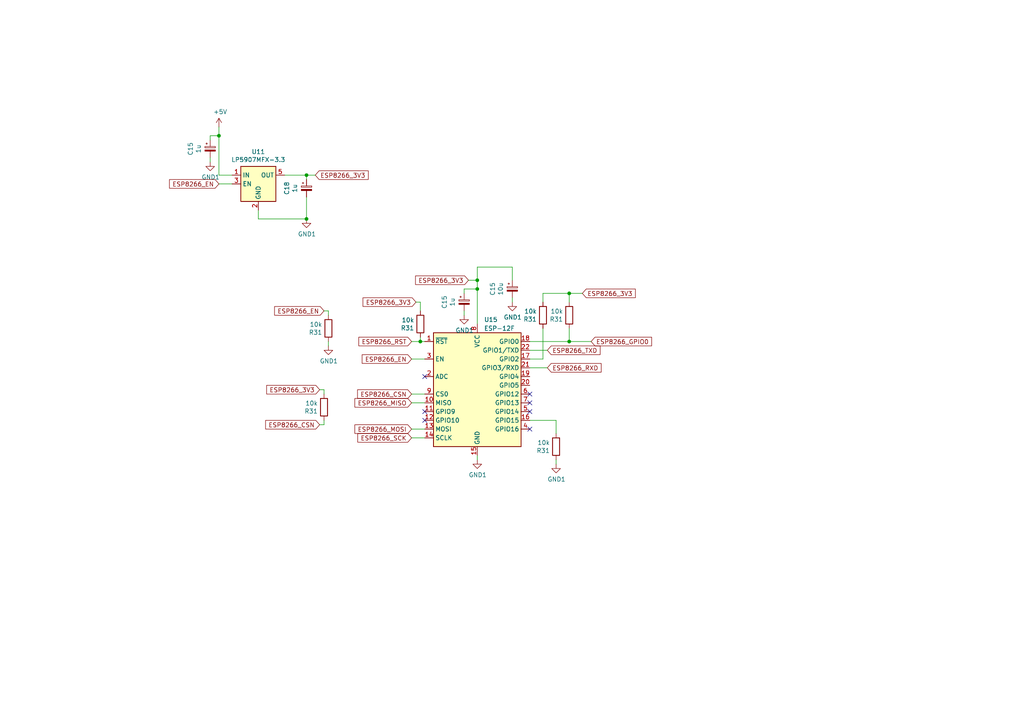
<source format=kicad_sch>
(kicad_sch (version 20231120) (generator "eeschema") (generator_version "8.0")
  (paper "A4")
  (lib_symbols
    (symbol "Device:R" (pin_numbers hide) (pin_names (offset 0))
      (property "Reference" "R" (at 2.032 0 90))
      (property "Value" "R" (at 0 0 90))
      (symbol "R_0_1"
        (rectangle (start -1.016 -2.54) (end 1.016 2.54) (stroke (width 0.254)))
      )
      (symbol "R_1_1"
        (pin passive line (at 0 3.81 270) (length 1.27) (name "~") (number "1"))
        (pin passive line (at 0 -3.81 90) (length 1.27) (name "~") (number "2"))
      )
    )
    (symbol "RF_Module:ESP-12F"
      (property "Reference" "U" (at -12.7 19.05 0))
      (property "Value" "ESP-12F" (at 12.7 19.05 0))
      (symbol "ESP-12F_0_1"
        (rectangle (start -12.7 17.78) (end 12.7 -15.24) (stroke (width 0.254)) (fill (type background)))
      )
      (symbol "ESP-12F_1_1"
        (pin input line (at -15.24 15.24 0) (length 2.54) (name "~{RST}") (number "1"))
        (pin bidirectional line (at -15.24 -2.54 0) (length 2.54) (name "MISO") (number "10"))
        (pin bidirectional line (at -15.24 -5.08 0) (length 2.54) (name "GPIO9") (number "11"))
        (pin bidirectional line (at -15.24 -7.62 0) (length 2.54) (name "GPIO10") (number "12"))
        (pin bidirectional line (at -15.24 -10.16 0) (length 2.54) (name "MOSI") (number "13"))
        (pin bidirectional line (at -15.24 -12.7 0) (length 2.54) (name "SCLK") (number "14"))
        (pin power_in line (at 0 -17.78 90) (length 2.54) (name "GND") (number "15"))
        (pin bidirectional line (at 15.24 -7.62 180) (length 2.54) (name "GPIO15") (number "16"))
        (pin bidirectional line (at 15.24 10.16 180) (length 2.54) (name "GPIO2") (number "17"))
        (pin bidirectional line (at 15.24 15.24 180) (length 2.54) (name "GPIO0") (number "18"))
        (pin bidirectional line (at 15.24 5.08 180) (length 2.54) (name "GPIO4") (number "19"))
        (pin input line (at -15.24 5.08 0) (length 2.54) (name "ADC") (number "2"))
        (pin bidirectional line (at 15.24 2.54 180) (length 2.54) (name "GPIO5") (number "20"))
        (pin bidirectional line (at 15.24 7.62 180) (length 2.54) (name "GPIO3/RXD") (number "21"))
        (pin bidirectional line (at 15.24 12.7 180) (length 2.54) (name "GPIO1/TXD") (number "22"))
        (pin input line (at -15.24 10.16 0) (length 2.54) (name "EN") (number "3"))
        (pin bidirectional line (at 15.24 -10.16 180) (length 2.54) (name "GPIO16") (number "4"))
        (pin bidirectional line (at 15.24 -5.08 180) (length 2.54) (name "GPIO14") (number "5"))
        (pin bidirectional line (at 15.24 0 180) (length 2.54) (name "GPIO12") (number "6"))
        (pin bidirectional line (at 15.24 -2.54 180) (length 2.54) (name "GPIO13") (number "7"))
        (pin power_in line (at 0 20.32 270) (length 2.54) (name "VCC") (number "8"))
        (pin input line (at -15.24 0 0) (length 2.54) (name "CS0") (number "9"))
      )
    )
    (symbol "Regulator_Linear:LP5907MFX-3.3"
      (property "Reference" "U" (at -3.81 6.35 0))
      (property "Value" "LP5907MFX-3.3" (at 6.35 6.35 0))
      (symbol "LP5907MFX-3.3_0_1"
        (rectangle (start -5.08 -5.08) (end 5.08 5.08) (stroke (width 0.254)) (fill (type background)))
        (pin power_in line (at -7.62 2.54 0) (length 2.54) (name "IN") (number "1"))
        (pin power_in line (at 0 -7.62 90) (length 2.54) (name "GND") (number "2"))
        (pin input line (at -7.62 0 0) (length 2.54) (name "EN") (number "3"))
        (pin no_connect line (at 5.08 0 180) (length 2.54) hide (name "NC") (number "4"))
        (pin power_out line (at 7.62 2.54 180) (length 2.54) (name "OUT") (number "5"))
      )
    )
    (symbol "power:+5V" (power) (pin_names (offset 0))
      (property "Value" "+5V" (at 0 3.556 0))
      (symbol "+5V_0_1"
        (polyline (pts (xy -0.762 1.27) (xy 0 2.54)))
        (polyline (pts (xy 0 0) (xy 0 2.54)))
        (polyline (pts (xy 0 2.54) (xy 0.762 1.27)))
      )
      (symbol "+5V_1_1"
        (pin power_in line (at 0 0 90) (length 0) hide (name "+5V") (number "1"))
      )
    )
    (symbol "power:GND1" (power) (pin_names (offset 0))
      (property "Value" "GND1" (at 0 -3.81 0))
      (symbol "GND1_0_1"
        (polyline (pts (xy 0 0) (xy 0 -1.27) (xy 1.27 -1.27) (xy 0 -2.54) (xy -1.27 -1.27) (xy 0 -1.27)))
      )
      (symbol "GND1_1_1"
        (pin power_in line (at 0 0 270) (length 0) hide (name "GND1") (number "1"))
      )
    )
    (symbol "spudglo_driver_v3p1-rescue:CP_Small-Device" (pin_numbers hide) (pin_names (offset 0.254) hide)
      (property "Reference" "C" (at 0.254 1.778 0))
      (property "Value" "CP_Small-Device" (at 0.254 -2.032 0))
      (symbol "CP_Small-Device_0_1"
        (rectangle (start -1.524 -0.3048) (end 1.524 -0.6858) (fill (type outline)))
        (rectangle (start -1.524 0.6858) (end 1.524 0.3048))
        (polyline (pts (xy -1.27 1.524) (xy -0.762 1.524)))
        (polyline (pts (xy -1.016 1.27) (xy -1.016 1.778)))
      )
      (symbol "CP_Small-Device_1_1"
        (pin passive line (at 0 2.54 270) (length 1.8542) (name "~") (number "1"))
        (pin passive line (at 0 -2.54 90) (length 1.8542) (name "~") (number "2"))
      )
    )
  )
  (junction (at 88.9 50.8))
  (junction (at 121.92 99.06))
  (junction (at 138.43 83.82))
  (junction (at 88.9 63.5))
  (junction (at 138.43 81.28))
  (junction (at 63.5 39.37))
  (junction (at 165.1 99.06))
  (junction (at 165.1 85.09))
  (no_connect (at 153.67 124.46))
  (no_connect (at 123.19 119.38))
  (no_connect (at 153.67 114.3))
  (no_connect (at 153.67 119.38))
  (no_connect (at 153.67 116.84))
  (no_connect (at 123.19 109.22))
  (no_connect (at 123.19 121.92))
  (wire (pts (xy 148.59 86.36) (xy 148.59 87.63)))
  (wire (pts (xy 74.93 63.5) (xy 88.9 63.5)))
  (wire (pts (xy 93.98 113.03) (xy 92.71 113.03)))
  (wire (pts (xy 63.5 36.83) (xy 63.5 39.37)))
  (wire (pts (xy 153.67 101.6) (xy 158.75 101.6)))
  (wire (pts (xy 95.25 91.44) (xy 95.25 90.17)))
  (wire (pts (xy 153.67 104.14) (xy 157.48 104.14)))
  (wire (pts (xy 165.1 95.25) (xy 165.1 99.06)))
  (wire (pts (xy 119.38 114.3) (xy 123.19 114.3)))
  (wire (pts (xy 119.38 116.84) (xy 123.19 116.84)))
  (wire (pts (xy 161.29 121.92) (xy 161.29 125.73)))
  (wire (pts (xy 60.96 45.72) (xy 60.96 46.99)))
  (wire (pts (xy 93.98 123.19) (xy 92.71 123.19)))
  (wire (pts (xy 119.38 127) (xy 123.19 127)))
  (wire (pts (xy 134.62 90.17) (xy 134.62 91.44)))
  (wire (pts (xy 121.92 87.63) (xy 120.65 87.63)))
  (wire (pts (xy 121.92 97.79) (xy 121.92 99.06)))
  (wire (pts (xy 161.29 133.35) (xy 161.29 134.62)))
  (wire (pts (xy 138.43 132.08) (xy 138.43 133.35)))
  (wire (pts (xy 88.9 52.07) (xy 88.9 50.8)))
  (wire (pts (xy 153.67 121.92) (xy 161.29 121.92)))
  (wire (pts (xy 93.98 114.3) (xy 93.98 113.03)))
  (wire (pts (xy 153.67 106.68) (xy 158.75 106.68)))
  (wire (pts (xy 134.62 85.09) (xy 134.62 83.82)))
  (wire (pts (xy 138.43 81.28) (xy 138.43 83.82)))
  (wire (pts (xy 95.25 99.06) (xy 95.25 100.33)))
  (wire (pts (xy 121.92 90.17) (xy 121.92 87.63)))
  (wire (pts (xy 157.48 104.14) (xy 157.48 95.25)))
  (wire (pts (xy 60.96 39.37) (xy 63.5 39.37)))
  (wire (pts (xy 165.1 85.09) (xy 157.48 85.09)))
  (wire (pts (xy 165.1 85.09) (xy 165.1 87.63)))
  (wire (pts (xy 168.91 85.09) (xy 165.1 85.09)))
  (wire (pts (xy 95.25 90.17) (xy 93.98 90.17)))
  (wire (pts (xy 165.1 99.06) (xy 171.45 99.06)))
  (wire (pts (xy 119.38 124.46) (xy 123.19 124.46)))
  (wire (pts (xy 63.5 39.37) (xy 63.5 50.8)))
  (wire (pts (xy 74.93 60.96) (xy 74.93 63.5)))
  (wire (pts (xy 138.43 77.47) (xy 138.43 81.28)))
  (wire (pts (xy 138.43 93.98) (xy 138.43 83.82)))
  (wire (pts (xy 138.43 81.28) (xy 135.89 81.28)))
  (wire (pts (xy 148.59 77.47) (xy 138.43 77.47)))
  (wire (pts (xy 60.96 40.64) (xy 60.96 39.37)))
  (wire (pts (xy 63.5 53.34) (xy 67.31 53.34)))
  (wire (pts (xy 153.67 99.06) (xy 165.1 99.06)))
  (wire (pts (xy 121.92 99.06) (xy 123.19 99.06)))
  (wire (pts (xy 157.48 85.09) (xy 157.48 87.63)))
  (wire (pts (xy 88.9 57.15) (xy 88.9 63.5)))
  (wire (pts (xy 88.9 50.8) (xy 82.55 50.8)))
  (wire (pts (xy 119.38 104.14) (xy 123.19 104.14)))
  (wire (pts (xy 93.98 121.92) (xy 93.98 123.19)))
  (wire (pts (xy 148.59 81.28) (xy 148.59 77.47)))
  (wire (pts (xy 119.38 99.06) (xy 121.92 99.06)))
  (wire (pts (xy 88.9 50.8) (xy 91.44 50.8)))
  (wire (pts (xy 63.5 50.8) (xy 67.31 50.8)))
  (wire (pts (xy 134.62 83.82) (xy 138.43 83.82)))
  (global_label "ESP8266_MISO" (shape input) (at 119.38 116.84 180) (property "Intersheetrefs" "${INTERSHEET_REFS}" (effects (hide yes))))
  (global_label "ESP8266_3V3" (shape input) (at 120.65 87.63 180) (property "Intersheetrefs" "${INTERSHEET_REFS}" (effects (hide yes))))
  (global_label "ESP8266_RST" (shape input) (at 119.38 99.06 180) (property "Intersheetrefs" "${INTERSHEET_REFS}" (effects (hide yes))))
  (global_label "ESP8266_3V3" (shape input) (at 91.44 50.8 0) (property "Intersheetrefs" "${INTERSHEET_REFS}" (effects (hide yes))))
  (global_label "ESP8266_EN" (shape input) (at 93.98 90.17 180) (property "Intersheetrefs" "${INTERSHEET_REFS}" (effects (hide yes))))
  (global_label "ESP8266_CSN" (shape input) (at 92.71 123.19 180) (property "Intersheetrefs" "${INTERSHEET_REFS}" (effects (hide yes))))
  (global_label "ESP8266_3V3" (shape input) (at 135.89 81.28 180) (property "Intersheetrefs" "${INTERSHEET_REFS}" (effects (hide yes))))
  (global_label "ESP8266_TXD" (shape input) (at 158.75 101.6 0) (property "Intersheetrefs" "${INTERSHEET_REFS}" (effects (hide yes))))
  (global_label "ESP8266_SCK" (shape input) (at 119.38 127 180) (property "Intersheetrefs" "${INTERSHEET_REFS}" (effects (hide yes))))
  (global_label "ESP8266_GPIO0" (shape input) (at 171.45 99.06 0) (property "Intersheetrefs" "${INTERSHEET_REFS}" (effects (hide yes))))
  (global_label "ESP8266_CSN" (shape input) (at 119.38 114.3 180) (property "Intersheetrefs" "${INTERSHEET_REFS}" (effects (hide yes))))
  (global_label "ESP8266_3V3" (shape input) (at 92.71 113.03 180) (property "Intersheetrefs" "${INTERSHEET_REFS}" (effects (hide yes))))
  (global_label "ESP8266_RXD" (shape input) (at 158.75 106.68 0) (property "Intersheetrefs" "${INTERSHEET_REFS}" (effects (hide yes))))
  (global_label "ESP8266_3V3" (shape input) (at 168.91 85.09 0) (property "Intersheetrefs" "${INTERSHEET_REFS}" (effects (hide yes))))
  (global_label "ESP8266_EN" (shape input) (at 119.38 104.14 180) (property "Intersheetrefs" "${INTERSHEET_REFS}" (effects (hide yes))))
  (global_label "ESP8266_EN" (shape input) (at 63.5 53.34 180) (property "Intersheetrefs" "${INTERSHEET_REFS}" (effects (hide yes))))
  (global_label "ESP8266_MOSI" (shape input) (at 119.38 124.46 180) (property "Intersheetrefs" "${INTERSHEET_REFS}" (effects (hide yes))))
  (symbol (lib_id "Device:R") (at 95.25 95.25 180) (unit 1)
    (property "Reference" "R31" (at 93.472 96.4184 0) (effects (justify left)))
    (property "Value" "10k" (at 93.472 94.107 0) (effects (justify left)))
    (property "Footprint" "Resistor_SMD:R_0603_1608Metric_Pad0.98x0.95mm_HandSolder" (effects (hide yes)))
  )
  (symbol (lib_id "RF_Module:ESP-12F") (at 138.43 114.3 0) (unit 1)
    (property "Reference" "U15" (at 140.3859 92.71 0) (effects (justify left)))
    (property "Value" "ESP-12F" (at 140.3859 95.25 0) (effects (justify left)))
    (property "Footprint" "RF_Module:ESP-12E" (effects (hide yes)))
    (property "Datasheet" "http://wiki.ai-thinker.com/_media/esp8266/esp8266_series_modules_user_manual_v1.1.pdf" (effects (hide yes)))
  )
  (symbol (lib_id "spudglo_driver_v3p1-rescue:CP_Small-Device") (at 148.59 83.82 0) (unit 1)
    (property "Reference" "C15" (at 142.875 83.82 90))
    (property "Value" "10u" (at 145.1864 83.82 90))
    (property "Footprint" "Capacitor_SMD:C_0603_1608Metric_Pad1.08x0.95mm_HandSolder" (effects (hide yes)))
  )
  (symbol (lib_id "power:GND1") (at 148.59 87.63 0) (unit 1)
    (property "Reference" "#PWR0142" (effects (hide yes)))
    (property "Value" "GND1" (at 148.717 92.0242 0))
  )
  (symbol (lib_id "power:GND1") (at 138.43 133.35 0) (unit 1)
    (property "Reference" "#PWR0140" (effects (hide yes)))
    (property "Value" "GND1" (at 138.557 137.7442 0))
  )
  (symbol (lib_id "spudglo_driver_v3p1-rescue:CP_Small-Device") (at 60.96 43.18 0) (unit 1)
    (property "Reference" "C15" (at 55.245 43.18 90))
    (property "Value" "1u" (at 57.5564 43.18 90))
    (property "Footprint" "Capacitor_SMD:C_0603_1608Metric_Pad1.08x0.95mm_HandSolder" (effects (hide yes)))
  )
  (symbol (lib_id "Device:R") (at 157.48 91.44 180) (unit 1)
    (property "Reference" "R31" (at 155.702 92.6084 0) (effects (justify left)))
    (property "Value" "10k" (at 155.702 90.297 0) (effects (justify left)))
    (property "Footprint" "Resistor_SMD:R_0603_1608Metric_Pad0.98x0.95mm_HandSolder" (effects (hide yes)))
  )
  (symbol (lib_id "Device:R") (at 93.98 118.11 180) (unit 1)
    (property "Reference" "R31" (at 92.202 119.2784 0) (effects (justify left)))
    (property "Value" "10k" (at 92.202 116.967 0) (effects (justify left)))
    (property "Footprint" "Resistor_SMD:R_0603_1608Metric_Pad0.98x0.95mm_HandSolder" (effects (hide yes)))
  )
  (symbol (lib_id "Device:R") (at 121.92 93.98 180) (unit 1)
    (property "Reference" "R31" (at 120.142 95.1484 0) (effects (justify left)))
    (property "Value" "10k" (at 120.142 92.837 0) (effects (justify left)))
    (property "Footprint" "Resistor_SMD:R_0603_1608Metric_Pad0.98x0.95mm_HandSolder" (effects (hide yes)))
  )
  (symbol (lib_id "spudglo_driver_v3p1-rescue:CP_Small-Device") (at 134.62 87.63 0) (unit 1)
    (property "Reference" "C15" (at 128.905 87.63 90))
    (property "Value" "1u" (at 131.2164 87.63 90))
    (property "Footprint" "Capacitor_SMD:C_0603_1608Metric_Pad1.08x0.95mm_HandSolder" (effects (hide yes)))
  )
  (symbol (lib_id "power:GND1") (at 161.29 134.62 0) (unit 1)
    (property "Reference" "#PWR0140" (effects (hide yes)))
    (property "Value" "GND1" (at 161.417 139.0142 0))
  )
  (symbol (lib_id "power:+5V") (at 63.5 36.83 0) (unit 1)
    (property "Reference" "#PWR0145" (effects (hide yes)))
    (property "Value" "+5V" (at 63.881 32.4358 0))
  )
  (symbol (lib_id "Device:R") (at 165.1 91.44 180) (unit 1)
    (property "Reference" "R31" (at 163.322 92.6084 0) (effects (justify left)))
    (property "Value" "10k" (at 163.322 90.297 0) (effects (justify left)))
    (property "Footprint" "Resistor_SMD:R_0603_1608Metric_Pad0.98x0.95mm_HandSolder" (effects (hide yes)))
  )
  (symbol (lib_id "power:GND1") (at 134.62 91.44 0) (unit 1)
    (property "Reference" "#PWR0142" (effects (hide yes)))
    (property "Value" "GND1" (at 134.747 95.8342 0))
  )
  (symbol (lib_id "power:GND1") (at 88.9 63.5 0) (unit 1)
    (property "Reference" "#PWR0142" (effects (hide yes)))
    (property "Value" "GND1" (at 89.027 67.8942 0))
  )
  (symbol (lib_id "power:GND1") (at 60.96 46.99 0) (unit 1)
    (property "Reference" "#PWR0142" (effects (hide yes)))
    (property "Value" "GND1" (at 61.087 51.3842 0))
  )
  (symbol (lib_id "Regulator_Linear:LP5907MFX-3.3") (at 74.93 53.34 0) (unit 1)
    (property "Reference" "U11" (at 74.93 44.0182 0))
    (property "Value" "LP5907MFX-3.3" (at 74.93 46.3296 0))
    (property "Footprint" "Package_TO_SOT_SMD:SOT-23-5" (effects (hide yes)))
    (property "Datasheet" "http://www.ti.com/lit/ds/symlink/lp5907.pdf" (effects (hide yes)))
  )
  (symbol (lib_id "power:GND1") (at 95.25 100.33 0) (unit 1)
    (property "Reference" "#PWR0142" (effects (hide yes)))
    (property "Value" "GND1" (at 95.377 104.7242 0))
  )
  (symbol (lib_id "Device:R") (at 161.29 129.54 180) (unit 1)
    (property "Reference" "R31" (at 159.512 130.7084 0) (effects (justify left)))
    (property "Value" "10k" (at 159.512 128.397 0) (effects (justify left)))
    (property "Footprint" "Resistor_SMD:R_0603_1608Metric_Pad0.98x0.95mm_HandSolder" (effects (hide yes)))
  )
  (symbol (lib_id "spudglo_driver_v3p1-rescue:CP_Small-Device") (at 88.9 54.61 0) (unit 1)
    (property "Reference" "C18" (at 83.185 54.61 90))
    (property "Value" "1u" (at 85.4964 54.61 90))
    (property "Footprint" "Capacitor_SMD:C_0603_1608Metric_Pad1.08x0.95mm_HandSolder" (effects (hide yes)))
  )
)
</source>
